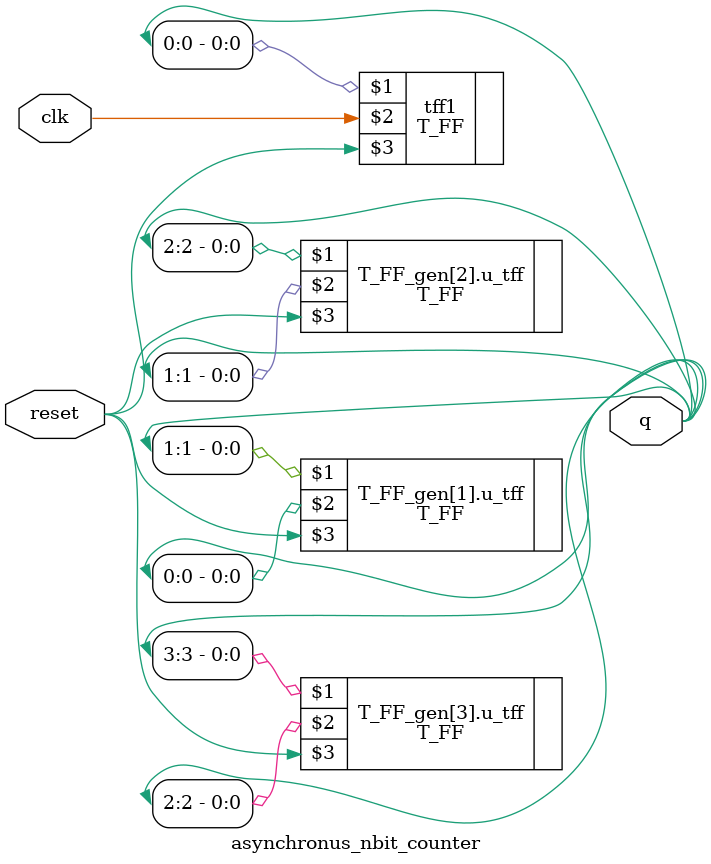
<source format=v>
module asynchronus_nbit_counter#(parameter width = 4)(q,clk,reset);
input clk, reset ;
output [width -1 :0]q;

T_FF tff1(q[0], clk, reset); // since asynchronus, only the first FF will directly connected to the clk

genvar i;
generate
    for (i = 1; i < width; i = i + 1) begin : T_FF_gen
        T_FF u_tff (q[i], q[i-1], reset);
    end
endgenerate
endmodule


</source>
